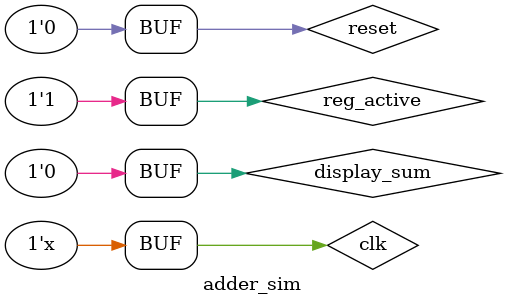
<source format=v>
`timescale 1ns / 1ps


//module adder(
//    input clk,
//    input [2:0] keypad_column,
//    output [3:0] keypad_row,
//    output [6:0] encode,
//    output [7:0] enablesegment,
    
//    input reg_active_inv, // 0 - regA, 1 - regB
//    input display_sum_inv, // 0 - don't display, 1 - display
//    input reset_pressed_inv // 1 - reset
//);


module adder_sim();
    
    reg clk;
    
    wire [3:0] clk_row;
    reg [2:0] clk_col;
    
    wire [6:0] encode;
    wire [7:0] enablesegment;
    
    reg reg_active;
    reg display_sum;
    reg reset;
    
//    //DIGIT
//    wire [3:0] digit;
//    //DEBUG
//    wire [3:0] regA;
//    wire [3:0] regB;
//    wire [4:0] sum;
    
    adder add(clk, clk_col, clk_row, encode, enablesegment, reg_active, display_sum, reset); //digit, regA, regB, sum);
    
    initial begin
        clk = 1'b0;
        clk_col = 3'b011;
        
        reg_active = 1;
        display_sum = 0;
        reset = 0;
    end
    
    always #150 begin
        case (clk_col)
            3'b011:clk_col<=3'b110;
            3'b101:clk_col<=3'b011;
            3'b110:clk_col<=3'b101;
        endcase
    end
    
    always #1 clk = ~clk;

    
endmodule

</source>
